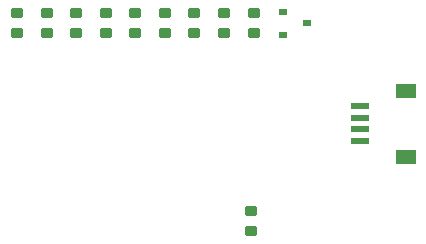
<source format=gtp>
G04 Layer_Color=8421504*
%FSLAX44Y44*%
%MOMM*%
G71*
G01*
G75*
G04:AMPARAMS|DCode=10|XSize=1mm|YSize=0.9mm|CornerRadius=0.1125mm|HoleSize=0mm|Usage=FLASHONLY|Rotation=180.000|XOffset=0mm|YOffset=0mm|HoleType=Round|Shape=RoundedRectangle|*
%AMROUNDEDRECTD10*
21,1,1.0000,0.6750,0,0,180.0*
21,1,0.7750,0.9000,0,0,180.0*
1,1,0.2250,-0.3875,0.3375*
1,1,0.2250,0.3875,0.3375*
1,1,0.2250,0.3875,-0.3375*
1,1,0.2250,-0.3875,-0.3375*
%
%ADD10ROUNDEDRECTD10*%
%ADD11R,0.7112X0.6096*%
%ADD12R,1.5500X0.6000*%
%ADD13R,1.8000X1.2000*%
D10*
X357500Y41000D02*
D03*
Y24000D02*
D03*
X235000Y208500D02*
D03*
Y191500D02*
D03*
X260000Y208500D02*
D03*
Y191500D02*
D03*
X285000D02*
D03*
Y208500D02*
D03*
X360000Y208500D02*
D03*
Y191500D02*
D03*
X185000Y191500D02*
D03*
Y208500D02*
D03*
X160000Y191500D02*
D03*
Y208500D02*
D03*
X210000Y191500D02*
D03*
Y208500D02*
D03*
X335000D02*
D03*
Y191500D02*
D03*
X310000D02*
D03*
Y208500D02*
D03*
D11*
X385000Y209500D02*
D03*
Y190348D02*
D03*
X405160Y200000D02*
D03*
D12*
X450000Y130000D02*
D03*
Y120000D02*
D03*
Y110000D02*
D03*
Y100000D02*
D03*
D13*
X489000Y143000D02*
D03*
Y87000D02*
D03*
M02*

</source>
